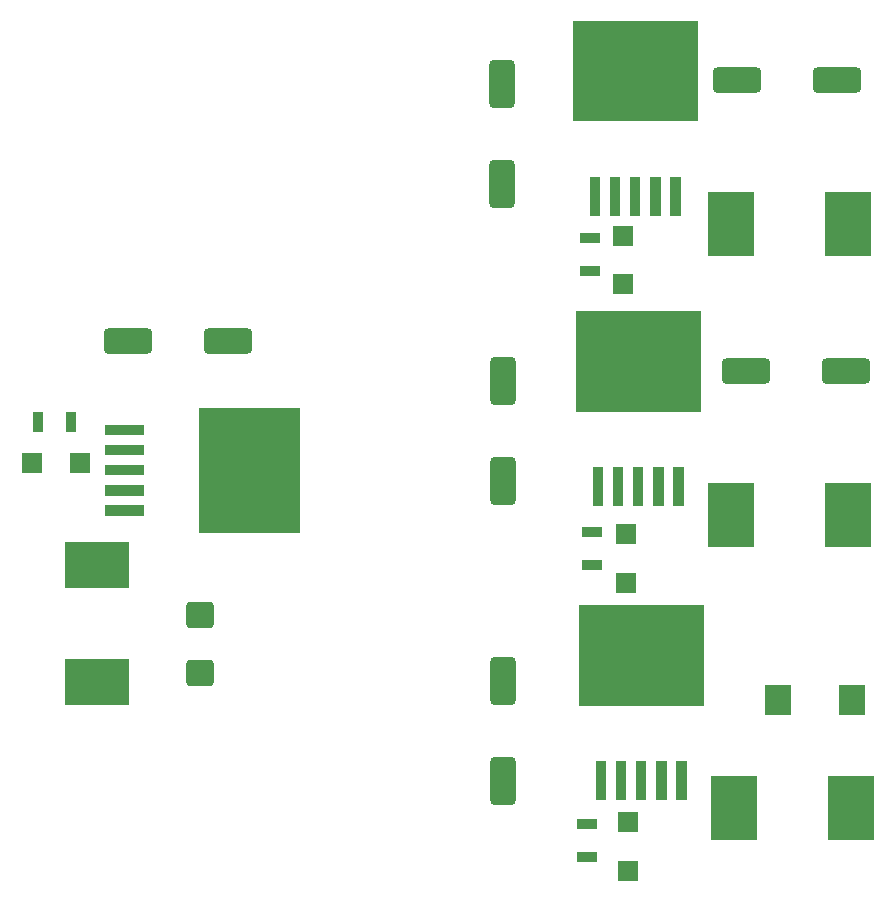
<source format=gtp>
G04*
G04 #@! TF.GenerationSoftware,Altium Limited,Altium Designer,21.6.4 (81)*
G04*
G04 Layer_Color=8421504*
%FSLAX25Y25*%
%MOIN*%
G70*
G04*
G04 #@! TF.SameCoordinates,F1B4013F-C6E7-459F-9AD8-EDA5B4F290C2*
G04*
G04*
G04 #@! TF.FilePolarity,Positive*
G04*
G01*
G75*
%ADD13R,0.15551X0.21260*%
%ADD14R,0.06693X0.07087*%
%ADD15R,0.07100X0.03600*%
G04:AMPARAMS|DCode=16|XSize=88.19mil|YSize=91.34mil|CornerRadius=11.02mil|HoleSize=0mil|Usage=FLASHONLY|Rotation=90.000|XOffset=0mil|YOffset=0mil|HoleType=Round|Shape=RoundedRectangle|*
%AMROUNDEDRECTD16*
21,1,0.08819,0.06929,0,0,90.0*
21,1,0.06614,0.09134,0,0,90.0*
1,1,0.02205,0.03465,0.03307*
1,1,0.02205,0.03465,-0.03307*
1,1,0.02205,-0.03465,-0.03307*
1,1,0.02205,-0.03465,0.03307*
%
%ADD16ROUNDEDRECTD16*%
%ADD17R,0.21260X0.15551*%
%ADD18R,0.07087X0.06693*%
%ADD19R,0.03600X0.07100*%
G04:AMPARAMS|DCode=20|XSize=157.09mil|YSize=83.46mil|CornerRadius=10.43mil|HoleSize=0mil|Usage=FLASHONLY|Rotation=90.000|XOffset=0mil|YOffset=0mil|HoleType=Round|Shape=RoundedRectangle|*
%AMROUNDEDRECTD20*
21,1,0.15709,0.06260,0,0,90.0*
21,1,0.13622,0.08346,0,0,90.0*
1,1,0.02087,0.03130,0.06811*
1,1,0.02087,0.03130,-0.06811*
1,1,0.02087,-0.03130,-0.06811*
1,1,0.02087,-0.03130,0.06811*
%
%ADD20ROUNDEDRECTD20*%
G04:AMPARAMS|DCode=21|XSize=157.09mil|YSize=83.46mil|CornerRadius=10.43mil|HoleSize=0mil|Usage=FLASHONLY|Rotation=180.000|XOffset=0mil|YOffset=0mil|HoleType=Round|Shape=RoundedRectangle|*
%AMROUNDEDRECTD21*
21,1,0.15709,0.06260,0,0,180.0*
21,1,0.13622,0.08346,0,0,180.0*
1,1,0.02087,-0.06811,0.03130*
1,1,0.02087,0.06811,0.03130*
1,1,0.02087,0.06811,-0.03130*
1,1,0.02087,-0.06811,-0.03130*
%
%ADD21ROUNDEDRECTD21*%
%ADD22R,0.09055X0.09921*%
G36*
X229366Y277268D02*
X187634D01*
Y310732D01*
X229366D01*
Y277268D01*
D02*
G37*
G36*
X223657Y245772D02*
X220114D01*
Y258764D01*
X223657D01*
Y245772D01*
D02*
G37*
G36*
X216965D02*
X213421D01*
Y258764D01*
X216965D01*
Y245772D01*
D02*
G37*
G36*
X210272D02*
X206728D01*
Y258764D01*
X210272D01*
Y245772D01*
D02*
G37*
G36*
X203579D02*
X200035D01*
Y258764D01*
X203579D01*
Y245772D01*
D02*
G37*
G36*
X196886D02*
X193342D01*
Y258764D01*
X196886D01*
Y245772D01*
D02*
G37*
G36*
X230366Y180500D02*
X188634D01*
Y213965D01*
X230366D01*
Y180500D01*
D02*
G37*
G36*
X44764Y172614D02*
X31772D01*
Y176157D01*
X44764D01*
Y172614D01*
D02*
G37*
G36*
Y165921D02*
X31772D01*
Y169465D01*
X44764D01*
Y165921D01*
D02*
G37*
G36*
Y159228D02*
X31772D01*
Y162772D01*
X44764D01*
Y159228D01*
D02*
G37*
G36*
Y152535D02*
X31772D01*
Y156079D01*
X44764D01*
Y152535D01*
D02*
G37*
G36*
X224658Y149004D02*
X221114D01*
Y161996D01*
X224658D01*
Y149004D01*
D02*
G37*
G36*
X217965D02*
X214421D01*
Y161996D01*
X217965D01*
Y149004D01*
D02*
G37*
G36*
X211272D02*
X207728D01*
Y161996D01*
X211272D01*
Y149004D01*
D02*
G37*
G36*
X204579D02*
X201035D01*
Y161996D01*
X204579D01*
Y149004D01*
D02*
G37*
G36*
X197886D02*
X194343D01*
Y161996D01*
X197886D01*
Y149004D01*
D02*
G37*
G36*
X44764Y145843D02*
X31772D01*
Y149386D01*
X44764D01*
Y145843D01*
D02*
G37*
G36*
X96732Y140134D02*
X63268D01*
Y181866D01*
X96732D01*
Y140134D01*
D02*
G37*
G36*
X231366Y82500D02*
X189634D01*
Y115965D01*
X231366D01*
Y82500D01*
D02*
G37*
G36*
X225658Y51004D02*
X222114D01*
Y63996D01*
X225658D01*
Y51004D01*
D02*
G37*
G36*
X218965D02*
X215421D01*
Y63996D01*
X218965D01*
Y51004D01*
D02*
G37*
G36*
X212272D02*
X208728D01*
Y63996D01*
X212272D01*
Y51004D01*
D02*
G37*
G36*
X205579D02*
X202035D01*
Y63996D01*
X205579D01*
Y51004D01*
D02*
G37*
G36*
X198886D02*
X195343D01*
Y63996D01*
X198886D01*
Y51004D01*
D02*
G37*
D13*
X240512Y146000D02*
D03*
X279488D02*
D03*
X240512Y243000D02*
D03*
X279488D02*
D03*
X241512Y48500D02*
D03*
X280488D02*
D03*
D14*
X205500Y123429D02*
D03*
Y139571D02*
D03*
X204500Y239071D02*
D03*
Y222929D02*
D03*
X206000Y27429D02*
D03*
Y43571D02*
D03*
D15*
X194000Y129500D02*
D03*
Y140500D02*
D03*
X193500Y238500D02*
D03*
Y227500D02*
D03*
X192500Y32000D02*
D03*
Y43000D02*
D03*
D16*
X63500Y93413D02*
D03*
Y112587D02*
D03*
D17*
X29000Y129488D02*
D03*
Y90512D02*
D03*
D18*
X7429Y163500D02*
D03*
X23571D02*
D03*
D19*
X9500Y177000D02*
D03*
X20500D02*
D03*
D20*
X164000Y289693D02*
D03*
Y256307D02*
D03*
X164500Y190693D02*
D03*
Y157307D02*
D03*
Y57307D02*
D03*
Y90693D02*
D03*
D21*
X245307Y194000D02*
D03*
X278693D02*
D03*
X242307Y291000D02*
D03*
X275693D02*
D03*
X39307Y204000D02*
D03*
X72693D02*
D03*
D22*
X256256Y84500D02*
D03*
X280744D02*
D03*
M02*

</source>
